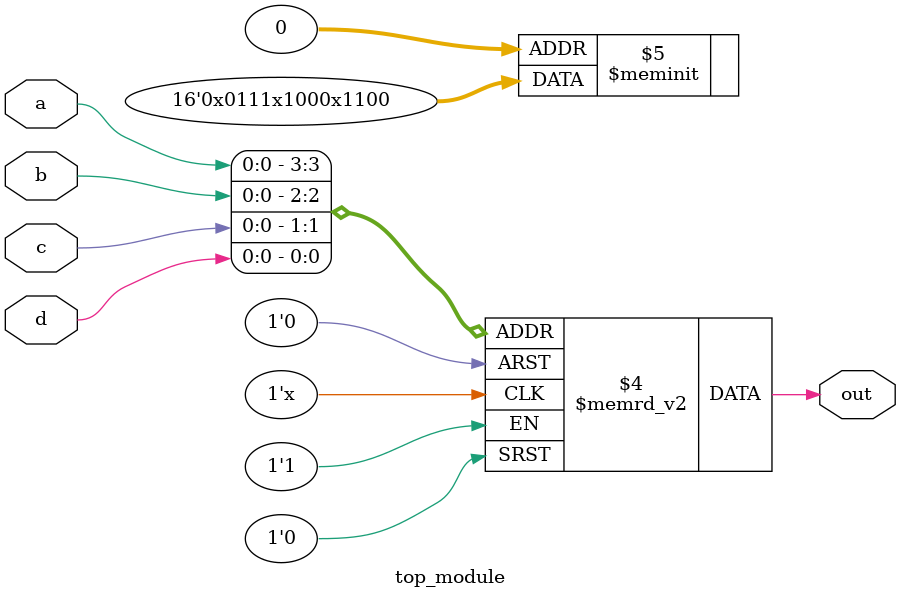
<source format=sv>
module top_module (
    input a, 
    input b,
    input c,
    input d,
    output reg out
);

always @(a or b or c or d) begin
    case ({a, b, c, d})
        4'b0000, 4'b0001, 4'b0101, 4'b0110, 4'b0111, 4'b1101, 4'b1111: out = 1'b0;
        4'b0011, 4'b0010, 4'b1000, 4'b1010, 4'b1011, 4'b1100: out = 1'b1;
        default: out = 1'bx;
    endcase
end

endmodule

</source>
